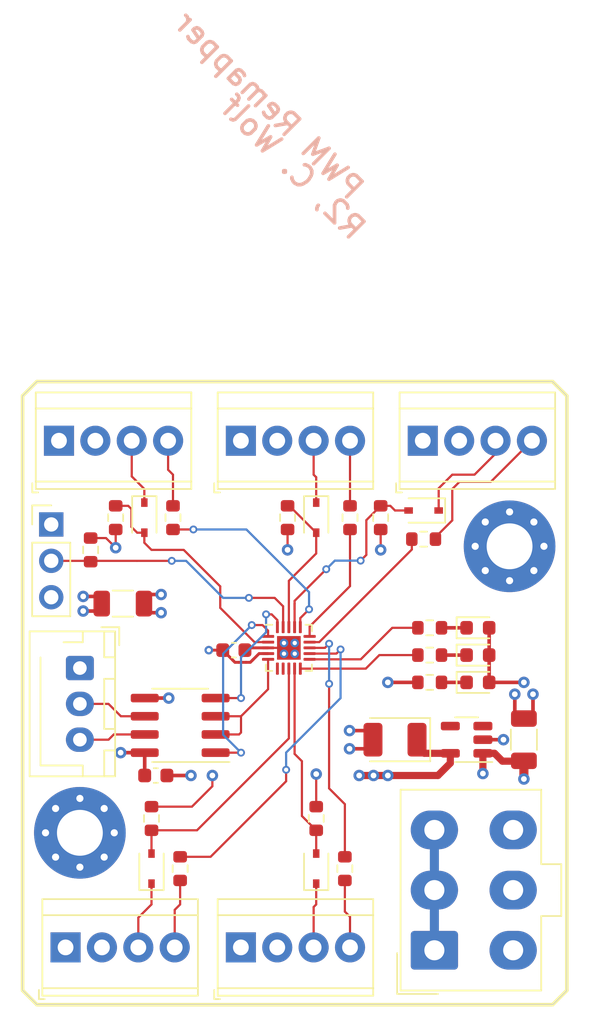
<source format=kicad_pcb>
(kicad_pcb (version 20221018) (generator pcbnew)
  (layers (0 "F.Cu" signal "Top Layer") (1 "In1.Cu" signal "VCC") (2 "In2.Cu" signal "GND") (31 "B.Cu" signal "Bottom Layer") (34 "B.Paste" user "Bottom Paste") (35 "F.Paste" user "Top Paste") (36 "B.SilkS" user "Bottom Overlay") (37 "F.SilkS" user "Top Overlay") (38 "B.Mask" user "Bottom Solder") (39 "F.Mask" user "Top Solder") (44 "Edge.Cuts" user))
  (net 0 "")
  (net 1 "GND")
  (net 2 "12V")
  (net 3 "5V")
  (net 4 "/RXD")
  (net 5 "/XDIR")
  (net 6 "/TXD")
  (net 7 "Net-(U3-A)")
  (net 8 "Net-(U3-B)")
  (net 9 "/Tach4")
  (net 10 "/Tach1")
  (net 11 "/Tach2")
  (net 12 "Net-(D5-Pad1)")
  (net 13 "Net-(D6-Pad1)")
  (net 14 "Net-(D7-Pad1)")
  (net 15 "/Tach3")
  (net 16 "Net-(U1-PC1)")
  (net 17 "/PWM_OUT1")
  (net 18 "/PWM_OUT2")
  (net 19 "/PWM_OUT3")
  (net 20 "/UPDI{slash}~{RESET}")
  (net 21 "Net-(U1-PB1)")
  (net 22 "Net-(U1-PB3{slash}TOSC1)")
  (net 23 "Net-(U1-PB4)")
  (net 24 "Net-(U1-PB2{slash}TOSC2)")
  (net 25 "/Tach5")
  (net 27 "/PWM_OUT4")
  (net 28 "/PWM_OUT5")
  (net 29 "Net-(U1-PA7)")
  (net 30 "Net-(U1-PB5)")
  (net 31 "Net-(U1-PC0)")
  (net 32 "Net-(U1-PB0)")
  (net 33 "Net-(U1-PA3)")
  (net 34 "Net-(U1-PC3)")
  (net 35 "Net-(U1-PC2)")
  (footprint "Package_SO:SOIC-8_3.9x4.9mm_P1.27mm" (layer "F.Cu") (at 11 -19.5 180)
    (fp_text reference "U3" hide)
    (fp_text value "THVD1400D")
    (pad "1" smd roundrect (at -2.475 -1.905 180) (size 1.95 0.6) (layers "F.Cu" "F.Paste" "F.Mask") (net 4 "/RXD"))
    (pad "2" smd roundrect (at -2.475 -0.635 180) (size 1.95 0.6) (layers "F.Cu" "F.Paste" "F.Mask") (net 5 "/XDIR"))
    (pad "3" smd roundrect (at -2.475 0.635 180) (size 1.95 0.6) (layers "F.Cu" "F.Paste" "F.Mask") (net 5 "/XDIR"))
    (pad "4" smd roundrect (at -2.475 1.905 180) (size 1.95 0.6) (layers "F.Cu" "F.Paste" "F.Mask") (net 6 "/TXD"))
    (pad "5" smd roundrect (at 2.475 1.905 180) (size 1.95 0.6) (layers "F.Cu" "F.Paste" "F.Mask") (net 1 "GND"))
    (pad "6" smd roundrect (at 2.475 0.635 180) (size 1.95 0.6) (layers "F.Cu" "F.Paste" "F.Mask") (net 7 "Net-(U3-A)"))
    (pad "7" smd roundrect (at 2.475 -0.635 180) (size 1.95 0.6) (layers "F.Cu" "F.Paste" "F.Mask") (net 8 "Net-(U3-B)"))
    (pad "8" smd roundrect (at 2.475 -1.905 180) (size 1.95 0.6) (layers "F.Cu" "F.Paste" "F.Mask") (net 3 "5V"))
  )
  (footprint "Diode_SMD:D_0603_1608Metric" (layer "F.Cu") (at 31.7875 -22.5)
    (fp_text reference "D5" hide)
    (fp_text value "LED0")
    (pad "1" smd roundrect (at -0.7875 0) (size 0.875 0.95) (layers "F.Cu" "F.Paste" "F.Mask") (net 12 "Net-(D5-Pad1)"))
    (pad "2" smd roundrect (at 0.7875 0) (size 0.875 0.95) (layers "F.Cu" "F.Paste" "F.Mask") (net 1 "GND"))
  )
  (footprint "Connector_PinHeader_2.54mm:PinHeader_1x03_P2.54mm_Vertical" (layer "F.Cu") (at 2 -33.525)
    (fp_text reference "P6" hide)
    (fp_text value "Header 3")
    (pad "1" thru_hole rect locked (at 0 0) (size 1.7 1.7) (drill 1) (layers "*.Cu" "*.Mask") (net 1 "GND"))
    (pad "2" thru_hole oval locked (at 0 2.54) (size 1.7 1.7) (drill 1) (layers "*.Cu" "*.Mask") (net 20 "/UPDI{slash}~{RESET}"))
    (pad "3" thru_hole oval locked (at 0 5.08) (size 1.7 1.7) (drill 1) (layers "*.Cu" "*.Mask") (net 3 "5V"))
  )
  (footprint "Resistor_SMD:R_0603_1608Metric" (layer "F.Cu") (at 28 -32.5 180)
    (fp_text reference "R16" hide)
    (fp_text value "100R")
    (pad "1" smd roundrect (at -0.825 0 180) (size 0.8 0.95) (layers "F.Cu" "F.Paste" "F.Mask") (net 19 "/PWM_OUT3"))
    (pad "2" smd roundrect (at 0.825 0 180) (size 0.8 0.95) (layers "F.Cu" "F.Paste" "F.Mask") (net 32 "Net-(U1-PB0)"))
  )
  (footprint "Diode_SMD:D_SOD-323" (layer "F.Cu") (at 28 -34.5 180)
    (fp_text reference "D15" hide)
    (fp_text value "Schottky Diode")
    (pad "1" smd rect (at -1.05 0 180) (size 0.6 0.45) (layers "F.Cu" "F.Paste" "F.Mask") (net 15 "/Tach3"))
    (pad "2" smd rect (at 1.05 0 180) (size 0.6 0.45) (layers "F.Cu" "F.Paste" "F.Mask") (net 35 "Net-(U1-PC2)"))
  )
  (footprint "Resistor_SMD:R_0603_1608Metric" (layer "F.Cu") (at 6.5 -34 -90)
    (property "Value" "10K")
    (fp_text reference "R17" hide)
    (fp_text value "10K")
    (pad "1" smd roundrect (at -0.825 0 270) (size 0.8 0.95) (layers "F.Cu" "F.Paste" "F.Mask") (net 33 "Net-(U1-PA3)"))
    (pad "2" smd roundrect (at 0.825 0 270) (size 0.8 0.95) (layers "F.Cu" "F.Paste" "F.Mask") (net 3 "5V"))
  )
  (footprint "Resistor_SMD:R_0603_1608Metric" (layer "F.Cu") (at 10.5 -34 -90)
    (fp_text reference "R1" hide)
    (fp_text value "100R")
    (pad "1" smd roundrect (at -0.825 0 270) (size 0.8 0.95) (layers "F.Cu" "F.Paste" "F.Mask") (net 17 "/PWM_OUT1"))
    (pad "2" smd roundrect (at 0.825 0 270) (size 0.8 0.95) (layers "F.Cu" "F.Paste" "F.Mask") (net 16 "Net-(U1-PC1)"))
  )
  (footprint "Diode_SMD:D_SOD-323" (layer "F.Cu") (at 9 -9.5 90)
    (fp_text reference "D1" hide)
    (fp_text value "Schottky Diode")
    (pad "1" smd rect (at -1.05 0 90) (size 0.6 0.45) (layers "F.Cu" "F.Paste" "F.Mask") (net 9 "/Tach4"))
    (pad "2" smd rect (at 1.05 0 90) (size 0.6 0.45) (layers "F.Cu" "F.Paste" "F.Mask") (net 29 "Net-(U1-PA7)"))
  )
  (footprint "Capacitor_SMD:C_1206_3216Metric" (layer "F.Cu") (at 7 -28 180)
    (fp_text reference "C11" hide)
    (fp_text value ">= 2.2 uF")
    (pad "1" smd roundrect (at -1.475 0 180) (size 1.15 1.8) (layers "F.Cu" "F.Paste" "F.Mask") (roundrect_rratio 0.2173913043) (net 1 "GND"))
    (pad "2" smd roundrect (at 1.475 0 180) (size 1.15 1.8) (layers "F.Cu" "F.Paste" "F.Mask") (roundrect_rratio 0.2173913043) (net 3 "5V"))
  )
  (footprint "TerminalBlock_TE-Connectivity:TerminalBlock_TE_282834-4_1x04_P2.54mm_Horizontal" (layer "F.Cu") (at 3 -4)
    (fp_text reference "J1" hide)
    (fp_text value "Conn_01x04")
    (pad "1" thru_hole rect locked (at 0 0) (size 2.1 2.1) (drill 1.1) (layers "*.Cu" "*.Mask") (net 1 "GND"))
    (pad "2" thru_hole circle locked (at 2.54 0 45) (size 2.1 2.1) (drill 1.1) (layers "*.Cu" "*.Mask") (net 2 "12V"))
    (pad "3" thru_hole circle locked (at 5.08 0) (size 2.1 2.1) (drill 1.1) (layers "*.Cu" "*.Mask") (net 9 "/Tach4"))
    (pad "4" thru_hole circle locked (at 7.62 0) (size 2.1 2.1) (drill 1.1) (layers "*.Cu" "*.Mask") (net 27 "/PWM_OUT4"))
  )
  (footprint "MountingHole:MountingHole_3.2mm_M3_Pad_Via" (layer "F.Cu") (at 4 -12)
    (fp_text reference "H1" hide)
    (fp_text value "MountingHole")
    (pad "1" thru_hole circle (at -2.4 0) (size 0.8 0.8) (drill 0.5) (layers "*.Cu" "*.Mask"))
    (pad "1" thru_hole circle (at -1.697056 -1.697056) (size 0.8 0.8) (drill 0.5) (layers "*.Cu" "*.Mask"))
    (pad "1" thru_hole circle (at -1.697056 1.697056) (size 0.8 0.8) (drill 0.5) (layers "*.Cu" "*.Mask"))
    (pad "1" thru_hole circle (at 0 -2.4) (size 0.8 0.8) (drill 0.5) (layers "*.Cu" "*.Mask"))
    (pad "1" thru_hole circle (at 0 0) (size 6.4 6.4) (drill 3.2) (layers "*.Cu" "*.Mask"))
    (pad "1" thru_hole circle (at 0 2.4) (size 0.8 0.8) (drill 0.5) (layers "*.Cu" "*.Mask"))
    (pad "1" thru_hole circle (at 1.697056 -1.697056) (size 0.8 0.8) (drill 0.5) (layers "*.Cu" "*.Mask"))
    (pad "1" thru_hole circle (at 1.697056 1.697056) (size 0.8 0.8) (drill 0.5) (layers "*.Cu" "*.Mask"))
    (pad "1" thru_hole circle (at 2.4 0) (size 0.8 0.8) (drill 0.5) (layers "*.Cu" "*.Mask"))
  )
  (footprint "MountingHole:MountingHole_3.2mm_M3_Pad_Via" (layer "F.Cu") (at 34 -32)
    (fp_text reference "H2" hide)
    (fp_text value "MountingHole")
    (pad "1" thru_hole circle (at -2.4 0) (size 0.8 0.8) (drill 0.5) (layers "*.Cu" "*.Mask"))
    (pad "1" thru_hole circle (at -1.697056 -1.697056) (size 0.8 0.8) (drill 0.5) (layers "*.Cu" "*.Mask"))
    (pad "1" thru_hole circle (at -1.697056 1.697056) (size 0.8 0.8) (drill 0.5) (layers "*.Cu" "*.Mask"))
    (pad "1" thru_hole circle (at 0 -2.4) (size 0.8 0.8) (drill 0.5) (layers "*.Cu" "*.Mask"))
    (pad "1" thru_hole circle (at 0 0) (size 6.4 6.4) (drill 3.2) (layers "*.Cu" "*.Mask"))
    (pad "1" thru_hole circle (at 0 2.4) (size 0.8 0.8) (drill 0.5) (layers "*.Cu" "*.Mask"))
    (pad "1" thru_hole circle (at 1.697056 -1.697056) (size 0.8 0.8) (drill 0.5) (layers "*.Cu" "*.Mask"))
    (pad "1" thru_hole circle (at 1.697056 1.697056) (size 0.8 0.8) (drill 0.5) (layers "*.Cu" "*.Mask"))
    (pad "1" thru_hole circle (at 2.4 0) (size 0.8 0.8) (drill 0.5) (layers "*.Cu" "*.Mask"))
  )
  (footprint "Diode_SMD:D_SOD-323" (layer "F.Cu") (at 20.5 -34 -90)
    (fp_text reference "D4" hide)
    (fp_text value "Schottky Diode")
    (pad "1" smd rect (at -1.05 0 270) (size 0.6 0.45) (layers "F.Cu" "F.Paste" "F.Mask") (net 11 "/Tach2"))
    (pad "2" smd rect (at 1.05 0 270) (size 0.6 0.45) (layers "F.Cu" "F.Paste" "F.Mask") (net 34 "Net-(U1-PC3)"))
  )
  (footprint "Capacitor_SMD:C_0603_1608Metric" (layer "F.Cu") (at 14.75 -24.75 180)
    (fp_text reference "C8" hide)
    (fp_text value "0.1uF")
    (pad "1" smd roundrect (at -0.775 0 180) (size 0.9 0.95) (layers "F.Cu" "F.Paste" "F.Mask") (net 1 "GND"))
    (pad "2" smd roundrect (at 0.775 0 180) (size 0.9 0.95) (layers "F.Cu" "F.Paste" "F.Mask") (net 3 "5V"))
  )
  (footprint "Diode_SMD:D_0603_1608Metric" (layer "F.Cu") (at 31.7875 -24.405)
    (fp_text reference "D6" hide)
    (fp_text value "LED0")
    (pad "1" smd roundrect (at -0.7875 0) (size 0.875 0.95) (layers "F.Cu" "F.Paste" "F.Mask") (net 13 "Net-(D6-Pad1)"))
    (pad "2" smd roundrect (at 0.7875 0) (size 0.875 0.95) (layers "F.Cu" "F.Paste" "F.Mask") (net 1 "GND"))
  )
  (footprint "Connector_Molex:Molex_Mini-Fit_Jr_5566-06A_2x03_P4.20mm_Vertical" (layer "F.Cu") (at 28.75 -3.8 90)
    (fp_text reference "J2" hide)
    (fp_text value "Conn_02x03_Top_Bottom")
    (pad "1" thru_hole roundrect locked (at 0 0 90) (size 2.7 3.3) (drill 1.4) (layers "*.Cu" "*.Mask") (roundrect_rratio 0.09259296296) (net 2 "12V"))
    (pad "2" thru_hole oval locked (at 4.2 0 90) (size 2.7 3.3) (drill 1.4) (layers "*.Cu" "*.Mask") (net 2 "12V"))
    (pad "3" thru_hole oval locked (at 8.4 0 90) (size 2.7 3.3) (drill 1.4) (layers "*.Cu" "*.Mask") (net 2 "12V"))
    (pad "4" thru_hole oval locked (at 0 5.5 90) (size 2.7 3.3) (drill 1.4) (layers "*.Cu" "*.Mask") (net 1 "GND"))
    (pad "5" thru_hole oval locked (at 4.2 5.5 90) (size 2.7 3.3) (drill 1.4) (layers "*.Cu" "*.Mask") (net 1 "GND"))
    (pad "6" thru_hole oval locked (at 8.4 5.5 90) (size 2.7 3.3) (drill 1.4) (layers "*.Cu" "*.Mask") (net 1 "GND"))
  )
  (footprint "TerminalBlock_TE-Connectivity:TerminalBlock_TE_282834-4_1x04_P2.54mm_Horizontal" (layer "F.Cu") (at 15.24 -4)
    (fp_text reference "J3" hide)
    (fp_text value "Conn_01x04")
    (pad "1" thru_hole rect locked (at 0 0) (size 2.1 2.1) (drill 1.1) (layers "*.Cu" "*.Mask") (net 1 "GND"))
    (pad "2" thru_hole circle locked (at 2.54 0 45) (size 2.1 2.1) (drill 1.1) (layers "*.Cu" "*.Mask") (net 2 "12V"))
    (pad "3" thru_hole circle locked (at 5.08 0) (size 2.1 2.1) (drill 1.1) (layers "*.Cu" "*.Mask") (net 25 "/Tach5"))
    (pad "4" thru_hole circle locked (at 7.62 0) (size 2.1 2.1) (drill 1.1) (layers "*.Cu" "*.Mask") (net 28 "/PWM_OUT5"))
  )
  (footprint "Capacitor_Tantalum_SMD:CP_EIA-3528-21_Kemet-B" (layer "F.Cu") (at 26 -18.5 180)
    (fp_text reference "C13" hide)
    (fp_text value "100 uF")
    (pad "1" smd roundrect (at -1.5375 0 180) (size 1.325 2.35) (layers "F.Cu" "F.Paste" "F.Mask") (roundrect_rratio 0.1886792453) (net 3 "5V"))
    (pad "2" smd roundrect (at 1.5375 0 180) (size 1.325 2.35) (layers "F.Cu" "F.Paste" "F.Mask") (roundrect_rratio 0.1886792453) (net 1 "GND"))
  )
  (footprint "Resistor_SMD:R_0603_1608Metric" (layer "F.Cu") (at 25 -34 -90)
    (property "Value" "10K")
    (fp_text reference "R5" hide)
    (fp_text value "10K")
    (pad "1" smd roundrect (at -0.825 0 270) (size 0.8 0.95) (layers "F.Cu" "F.Paste" "F.Mask") (net 35 "Net-(U1-PC2)"))
    (pad "2" smd roundrect (at 0.825 0 270) (size 0.8 0.95) (layers "F.Cu" "F.Paste" "F.Mask") (net 3 "5V"))
  )
  (footprint "Resistor_SMD:R_0603_1608Metric" (layer "F.Cu") (at 20.5 -13 90)
    (property "Value" "10K")
    (fp_text reference "R7" hide)
    (fp_text value "10K")
    (pad "1" smd roundrect (at -0.825 0 90) (size 0.8 0.95) (layers "F.Cu" "F.Paste" "F.Mask") (net 30 "Net-(U1-PB5)"))
    (pad "2" smd roundrect (at 0.825 0 90) (size 0.8 0.95) (layers "F.Cu" "F.Paste" "F.Mask") (net 3 "5V"))
  )
  (footprint "Diode_SMD:D_SOD-323" (layer "F.Cu") (at 8.5 -34 -90)
    (fp_text reference "D3" hide)
    (fp_text value "Schottky Diode")
    (pad "1" smd rect (at -1.05 0 270) (size 0.6 0.45) (layers "F.Cu" "F.Paste" "F.Mask") (net 10 "/Tach1"))
    (pad "2" smd rect (at 1.05 0 270) (size 0.6 0.45) (layers "F.Cu" "F.Paste" "F.Mask") (net 33 "Net-(U1-PA3)"))
  )
  (footprint "Diode_SMD:D_0603_1608Metric" (layer "F.Cu") (at 31.7875 -26.31)
    (fp_text reference "D7" hide)
    (fp_text value "LED0")
    (pad "1" smd roundrect (at -0.7875 0) (size 0.875 0.95) (layers "F.Cu" "F.Paste" "F.Mask") (net 14 "Net-(D7-Pad1)"))
    (pad "2" smd roundrect (at 0.7875 0) (size 0.875 0.95) (layers "F.Cu" "F.Paste" "F.Mask") (net 1 "GND"))
  )
  (footprint "TerminalBlock_TE-Connectivity:TerminalBlock_TE_282834-4_1x04_P2.54mm_Horizontal" (layer "F.Cu") (at 15.24 -39.37)
    (fp_text reference "J5" hide)
    (fp_text value "Conn_01x04")
    (pad "1" thru_hole rect locked (at 0 0) (size 2.1 2.1) (drill 1.1) (layers "*.Cu" "*.Mask") (net 1 "GND"))
    (pad "2" thru_hole circle locked (at 2.54 0 45) (size 2.1 2.1) (drill 1.1) (layers "*.Cu" "*.Mask") (net 2 "12V"))
    (pad "3" thru_hole circle locked (at 5.08 0) (size 2.1 2.1) (drill 1.1) (layers "*.Cu" "*.Mask") (net 11 "/Tach2"))
    (pad "4" thru_hole circle locked (at 7.62 0) (size 2.1 2.1) (drill 1.1) (layers "*.Cu" "*.Mask") (net 18 "/PWM_OUT2"))
  )
  (footprint "Resistor_SMD:R_0603_1608Metric" (layer "F.Cu") (at 11 -9.5 90)
    (fp_text reference "R9" hide)
    (fp_text value "100R")
    (pad "1" smd roundrect (at -0.825 0 90) (size 0.8 0.95) (layers "F.Cu" "F.Paste" "F.Mask") (net 27 "/PWM_OUT4"))
    (pad "2" smd roundrect (at 0.825 0 90) (size 0.8 0.95) (layers "F.Cu" "F.Paste" "F.Mask") (net 24 "Net-(U1-PB2{slash}TOSC2)"))
  )
  (footprint "Package_TO_SOT_SMD:SOT-23-5" (layer "F.Cu") (at 31 -18.5 180)
    (fp_text reference "U2" hide)
    (fp_text value "TPS70950")
    (pad "1" smd roundrect (at -1.1375 -0.95 180) (size 1.325 0.6) (layers "F.Cu" "F.Paste" "F.Mask") (net 2 "12V"))
    (pad "2" smd roundrect (at -1.1375 0 180) (size 1.325 0.6) (layers "F.Cu" "F.Paste" "F.Mask") (net 1 "GND"))
    (pad "3" smd roundrect (at -1.1375 0.95 180) (size 1.325 0.6) (layers "F.Cu" "F.Paste" "F.Mask"))
    (pad "4" smd roundrect (at 1.1375 0.95 180) (size 1.325 0.6) (layers "F.Cu" "F.Paste" "F.Mask"))
    (pad "5" smd roundrect (at 1.1375 -0.95 180) (size 1.325 0.6) (layers "F.Cu" "F.Paste" "F.Mask") (net 3 "5V"))
  )
  (footprint "TerminalBlock_TE-Connectivity:TerminalBlock_TE_282834-4_1x04_P2.54mm_Horizontal" (layer "F.Cu") (at 27.94 -39.37)
    (fp_text reference "J6" hide)
    (fp_text value "Conn_01x04")
    (pad "1" thru_hole rect locked (at 0 0) (size 2.1 2.1) (drill 1.1) (layers "*.Cu" "*.Mask") (net 1 "GND"))
    (pad "2" thru_hole circle locked (at 2.54 0 45) (size 2.1 2.1) (drill 1.1) (layers "*.Cu" "*.Mask") (net 2 "12V"))
    (pad "3" thru_hole circle locked (at 5.08 0) (size 2.1 2.1) (drill 1.1) (layers "*.Cu" "*.Mask") (net 15 "/Tach3"))
    (pad "4" thru_hole circle locked (at 7.62 0) (size 2.1 2.1) (drill 1.1) (layers "*.Cu" "*.Mask") (net 19 "/PWM_OUT3"))
  )
  (footprint "Resistor_SMD:R_0603_1608Metric" (layer "F.Cu") (at 28.4225 -24.405 180)
    (property "Value" "330R")
    (fp_text reference "R12" hide)
    (fp_text value "330R")
    (pad "1" smd roundrect (at -0.825 0 180) (size 0.8 0.95) (layers "F.Cu" "F.Paste" "F.Mask") (net 13 "Net-(D6-Pad1)"))
    (pad "2" smd roundrect (at 0.825 0 180) (size 0.8 0.95) (layers "F.Cu" "F.Paste" "F.Mask") (net 23 "Net-(U1-PB4)"))
  )
  (footprint "Resistor_SMD:R_0603_1608Metric" (layer "F.Cu") (at 9 -13 90)
    (property "Value" "10K")
    (fp_text reference "R3" hide)
    (fp_text value "10K")
    (pad "1" smd roundrect (at -0.825 0 90) (size 0.8 0.95) (layers "F.Cu" "F.Paste" "F.Mask") (net 29 "Net-(U1-PA7)"))
    (pad "2" smd roundrect (at 0.825 0 90) (size 0.8 0.95) (layers "F.Cu" "F.Paste" "F.Mask") (net 3 "5V"))
  )
  (footprint "Resistor_SMD:R_0603_1608Metric" (layer "F.Cu") (at 28.4225 -22.5 180)
    (property "Value" "330R")
    (fp_text reference "R11" hide)
    (fp_text value "330R")
    (pad "1" smd roundrect (at -0.825 0 180) (size 0.8 0.95) (layers "F.Cu" "F.Paste" "F.Mask") (net 12 "Net-(D5-Pad1)"))
    (pad "2" smd roundrect (at 0.825 0 180) (size 0.8 0.95) (layers "F.Cu" "F.Paste" "F.Mask") (net 3 "5V"))
  )
  (footprint "Connector_JST:JST_XH_B3B-XH-AM_1x03_P2.50mm_Vertical" (layer "F.Cu") (at 4 -23.5 -90)
    (fp_text reference "P1" hide)
    (fp_text value "Header 3")
    (pad "" np_thru_hole circle locked (at -1.6 2 270) (size 1.2 1.2) (drill 1.2) (layers "*.Mask" "F.Cu" "In1.Cu" "In2.Cu" "B.Cu"))
    (pad "1" thru_hole roundrect locked (at 0 0 270) (size 1.7 1.95) (drill 0.95) (layers "*.Cu" "*.Mask") (roundrect_rratio 0.1470588235) (net 1 "GND"))
    (pad "2" thru_hole oval locked (at 2.5 0 270) (size 1.7 1.95) (drill 0.95) (layers "*.Cu" "*.Mask") (net 7 "Net-(U3-A)"))
    (pad "3" thru_hole oval locked (at 5 0 270) (size 1.7 1.95) (drill 0.95) (layers "*.Cu" "*.Mask") (net 8 "Net-(U3-B)"))
  )
  (footprint "TerminalBlock_TE-Connectivity:TerminalBlock_TE_282834-4_1x04_P2.54mm_Horizontal" (layer "F.Cu") (at 2.54 -39.37)
    (fp_text reference "J4" hide)
    (fp_text value "Conn_01x04")
    (pad "1" thru_hole rect locked (at 0 0) (size 2.1 2.1) (drill 1.1) (layers "*.Cu" "*.Mask") (net 1 "GND"))
    (pad "2" thru_hole circle locked (at 2.54 0 45) (size 2.1 2.1) (drill 1.1) (layers "*.Cu" "*.Mask") (net 2 "12V"))
    (pad "3" thru_hole circle locked (at 5.08 0) (size 2.1 2.1) (drill 1.1) (layers "*.Cu" "*.Mask") (net 10 "/Tach1"))
    (pad "4" thru_hole circle locked (at 7.62 0) (size 2.1 2.1) (drill 1.1) (layers "*.Cu" "*.Mask") (net 17 "/PWM_OUT1"))
  )
  (footprint "Resistor_SMD:R_0603_1608Metric" (layer "F.Cu") (at 28.4225 -26.31 180)
    (property "Value" "330R")
    (fp_text reference "R13" hide)
    (fp_text value "330R")
    (pad "1" smd roundrect (at -0.825 0 180) (size 0.8 0.95) (layers "F.Cu" "F.Paste" "F.Mask") (net 14 "Net-(D7-Pad1)"))
    (pad "2" smd roundrect (at 0.825 0 180) (size 0.8 0.95) (layers "F.Cu" "F.Paste" "F.Mask") (net 22 "Net-(U1-PB3{slash}TOSC1)"))
  )
  (footprint "Capacitor_SMD:C_1206_3216Metric" (layer "F.Cu") (at 35 -18.5 -90)
    (fp_text reference "C10" hide)
    (fp_text value "1.0 uF")
    (pad "1" smd roundrect (at -1.475 0 270) (size 1.15 1.8) (layers "F.Cu" "F.Paste" "F.Mask") (roundrect_rratio 0.2173913043) (net 1 "GND"))
    (pad "2" smd roundrect (at 1.475 0 270) (size 1.15 1.8) (layers "F.Cu" "F.Paste" "F.Mask") (roundrect_rratio 0.2173913043) (net 2 "12V"))
  )
  (footprint "Capacitor_SMD:C_0603_1608Metric" (layer "F.Cu") (at 9.3 -16 180)
    (fp_text reference "C1" hide)
    (fp_text value "0.1uF")
    (pad "1" smd roundrect (at -0.775 0 180) (size 0.9 0.95) (layers "F.Cu" "F.Paste" "F.Mask") (net 1 "GND"))
    (pad "2" smd roundrect (at 0.775 0 180) (size 0.9 0.95) (layers "F.Cu" "F.Paste" "F.Mask") (net 3 "5V"))
  )
  (footprint "Package_DFN_QFN:QFN-20-1EP_3x3mm_P0.4mm_EP1.65x1.65mm" (layer "F.Cu") (at 18.59 -24.91)
    (fp_text reference "U1" hide)
    (fp_text value "ATTiny1616-MFR")
    (pad "1" smd roundrect (at -1.45 -0.8) (size 0.85 0.2) (layers "F.Cu" "F.Paste" "F.Mask") (net 4 "/RXD"))
    (pad "2" smd roundrect (at -1.45 -0.4) (size 0.85 0.2) (layers "F.Cu" "F.Paste" "F.Mask") (net 33 "Net-(U1-PA3)"))
    (pad "3" smd roundrect (at -1.45 0) (size 0.85 0.2) (layers "F.Cu" "F.Paste" "F.Mask") (net 1 "GND"))
    (pad "4" smd roundrect (at -1.45 0.4) (size 0.85 0.2) (layers "F.Cu" "F.Paste" "F.Mask") (net 3 "5V"))
    (pad "5" smd roundrect (at -1.45 0.8) (size 0.85 0.2) (layers "F.Cu" "F.Paste" "F.Mask") (net 5 "/XDIR"))
    (pad "6" smd roundrect (at -0.8 1.45) (size 0.2 0.85) (layers "F.Cu" "F.Paste" "F.Mask"))
    (pad "7" smd roundrect (at -0.4 1.45) (size 0.2 0.85) (layers "F.Cu" "F.Paste" "F.Mask"))
    (pad "8" smd roundrect (at 0 1.45) (size 0.2 0.85) (layers "F.Cu" "F.Paste" "F.Mask") (net 29 "Net-(U1-PA7)"))
    (pad "9" smd roundrect (at 0.4 1.45) (size 0.2 0.85) (layers "F.Cu" "F.Paste" "F.Mask") (net 30 "Net-(U1-PB5)"))
    (pad "10" smd roundrect (at 0.8 1.45) (size 0.2 0.85) (layers "F.Cu" "F.Paste" "F.Mask") (net 23 "Net-(U1-PB4)"))
    (pad "11" smd roundrect (at 1.45 0.8) (size 0.85 0.2) (layers "F.Cu" "F.Paste" "F.Mask") (net 22 "Net-(U1-PB3{slash}TOSC1)"))
    (pad "12" smd roundrect (at 1.45 0.4) (size 0.85 0.2) (layers "F.Cu" "F.Paste" "F.Mask") (net 24 "Net-(U1-PB2{slash}TOSC2)"))
    (pad "13" smd roundrect (at 1.45 0) (size 0.85 0.2) (layers "F.Cu" "F.Paste" "F.Mask") (net 21 "Net-(U1-PB1)"))
    (pad "14" smd roundrect (at 1.45 -0.4) (size 0.85 0.2) (layers "F.Cu" "F.Paste" "F.Mask") (net 32 "Net-(U1-PB0)"))
    (pad "15" smd roundrect (at 1.45 -0.8) (size 0.85 0.2) (layers "F.Cu" "F.Paste" "F.Mask") (net 31 "Net-(U1-PC0)"))
    (pad "16" smd roundrect (at 0.8 -1.45) (size 0.2 0.85) (layers "F.Cu" "F.Paste" "F.Mask") (net 16 "Net-(U1-PC1)"))
    (pad "17" smd roundrect (at 0.4 -1.45) (size 0.2 0.85) (layers "F.Cu" "F.Paste" "F.Mask") (net 35 "Net-(U1-PC2)"))
    (pad "18" smd roundrect (at 0 -1.45) (size 0.2 0.85) (layers "F.Cu" "F.Paste" "F.Mask") (net 34 "Net-(U1-PC3)"))
    (pad "19" smd roundrect (at -0.4 -1.45) (size 0.2 0.85) (layers "F.Cu" "F.Paste" "F.Mask") (net 20 "/UPDI{slash}~{RESET}"))
    (pad "20" smd roundrect (at -0.8 -1.45) (size 0.2 0.85) (layers "F.Cu" "F.Paste" "F.Mask") (net 6 "/TXD"))
    (pad "21" smd rect (at 0 0) (size 1.65 1.65) (layers "F.Cu" "F.Mask") (net 1 "GND"))
  )
  (footprint "Resistor_SMD:R_0603_1608Metric" (layer "F.Cu") (at 22.5 -9.5 90)
    (fp_text reference "R10" hide)
    (fp_text value "100R")
    (pad "1" smd roundrect (at -0.825 0 90) (size 0.8 0.95) (layers "F.Cu" "F.Paste" "F.Mask") (net 28 "/PWM_OUT5"))
    (pad "2" smd roundrect (at 0.825 0 90) (size 0.8 0.95) (layers "F.Cu" "F.Paste" "F.Mask") (net 21 "Net-(U1-PB1)"))
  )
  (footprint "Resistor_SMD:R_0603_1608Metric" (layer "F.Cu") (at 18.5 -34 -90)
    (property "Value" "10K")
    (fp_text reference "R4" hide)
    (fp_text value "10K")
    (pad "1" smd roundrect (at -0.825 0 270) (size 0.8 0.95) (layers "F.Cu" "F.Paste" "F.Mask") (net 34 "Net-(U1-PC3)"))
    (pad "2" smd roundrect (at 0.825 0 270) (size 0.8 0.95) (layers "F.Cu" "F.Paste" "F.Mask") (net 3 "5V"))
  )
  (footprint "Resistor_SMD:R_0603_1608Metric" (layer "F.Cu") (at 22.86 -34 -90)
    (fp_text reference "R2" hide)
    (fp_text value "100R")
    (pad "1" smd roundrect (at -0.825 0 270) (size 0.8 0.95) (layers "F.Cu" "F.Paste" "F.Mask") (net 18 "/PWM_OUT2"))
    (pad "2" smd roundrect (at 0.825 0 270) (size 0.8 0.95) (layers "F.Cu" "F.Paste" "F.Mask") (net 31 "Net-(U1-PC0)"))
  )
  (footprint "Resistor_SMD:R_0603_1608Metric" (layer "F.Cu") (at 4.75 -31.75 90)
    (fp_text reference "R6" hide)
    (fp_text value "10K")
    (pad "1" smd roundrect (at -0.825 0 90) (size 0.8 0.95) (layers "F.Cu" "F.Paste" "F.Mask") (net 20 "/UPDI{slash}~{RESET}"))
    (pad "2" smd roundrect (at 0.825 0 90) (size 0.8 0.95) (layers "F.Cu" "F.Paste" "F.Mask") (net 3 "5V"))
  )
  (footprint "Diode_SMD:D_SOD-323" (layer "F.Cu") (at 20.5 -9.5 90)
    (fp_text reference "D2" hide)
    (fp_text value "Schottky Diode")
    (pad "1" smd rect (at -1.05 0 90) (size 0.6 0.45) (layers "F.Cu" "F.Paste" "F.Mask") (net 25 "/Tach5"))
    (pad "2" smd rect (at 1.05 0 90) (size 0.6 0.45) (layers "F.Cu" "F.Paste" "F.Mask") (net 30 "Net-(U1-PB5)"))
  )
  (gr_line (start 1 0) (end 37 0) (stroke (width 0.254)) (layer "F.SilkS"))
  (gr_line (start 38 -42.5) (end 37 -43.5) (stroke (width 0.254)) (layer "F.SilkS"))
  (gr_line (start 38 -1) (end 37 0) (stroke (width 0.254)) (layer "F.SilkS"))
  (gr_line (start 1 -43.5) (end 37 -43.5) (stroke (width 0.254)) (layer "F.SilkS"))
  (gr_line (start 0 -42.5) (end 1 -43.5) (stroke (width 0.254)) (layer "F.SilkS"))
  (gr_line (start 38 -42.5) (end 38 -1) (stroke (width 0.254)) (layer "F.SilkS"))
  (gr_line (start 1 0) (end 0 -1) (stroke (width 0.254)) (layer "F.SilkS"))
  (gr_line (start 0 -42.5) (end 0 -1) (stroke (width 0.254)) (layer "F.SilkS"))
  (gr_line (start 38 -1) (end 37 0) (stroke (width 0.05)) (layer "Edge.Cuts"))
  (gr_line (start 38 -42.5) (end 38 -1) (stroke (width 0.05)) (layer "Edge.Cuts"))
  (gr_line (start 37 0) (end 1 0) (stroke (width 0.05)) (layer "Edge.Cuts"))
  (gr_line (start 0 -1) (end 1 0) (stroke (width 0.05)) (layer "Edge.Cuts"))
  (gr_line (start 1 -43.5) (end 0 -42.5) (stroke (width 0.05)) (layer "Edge.Cuts"))
  (gr_line (start 0 -1) (end 0 -42.5) (stroke (width 0.05)) (layer "Edge.Cuts"))
  (gr_line (start 1 -43.5) (end 37 -43.5) (stroke (width 0.05)) (layer "Edge.Cuts"))
  (gr_line (start 37 -43.5) (end 38 -42.5) (stroke (width 0.05)) (layer "Edge.Cuts"))
  (gr_text "PWM Remapper\n" (at 22.86 -55.88 315) (layer "B.SilkS") (effects (font (size 1.524 1.524) (thickness 0.254)) (justify left bottom mirror)))
  (gr_text "R2, C. Wolf" (at 22.987 -53.086 315) (layer "B.SilkS") (effects (font (size 1.524 1.524) (thickness 0.254)) (justify left bottom mirror)))
  (segment (start 33.5725 -18.5) (end 32.1375 -18.5) (width 0.25) (layer "F.Cu") (net 1))
  (segment (start 32.575 -22.5) (end 35 -22.5) (width 0.25) (layer "F.Cu") (net 1))
  (segment (start 8.4025 -27.365) (end 9.6725 -27.365) (width 0.25) (layer "F.Cu") (net 1))
  (segment (start 24.095 -19.135) (end 22.825 -19.135) (width 0.25) (layer "F.Cu") (net 1))
  (segment (start 15.685 -24.91) (end 17.14 -24.91) (width 0.2032) (layer "F.Cu") (net 1))
  (segment (start 10.075 -16) (end 11.755 -16) (width 0.254) (layer "F.Cu") (net 1))
  (segment (start 32.575 -22.5) (end 32.575 -26.31) (width 0.25) (layer "F.Cu") (net 1))
  (segment (start 17.14 -24.91) (end 18.25 -24.91) (width 0.1524) (layer "F.Cu") (net 1))
  (segment (start 24.095 -17.865) (end 22.825 -17.865) (width 0.25) (layer "F.Cu") (net 1))
  (segment (start 15.525 -24.75) (end 15.685 -24.91) (width 0.1524) (layer "F.Cu") (net 1))
  (segment (start 8.4025 -28.635) (end 9.6725 -28.635) (width 0.25) (layer "F.Cu") (net 1))
  (segment (start 35.635 -20.405) (end 35.635 -21.675) (width 0.254) (layer "F.Cu") (net 1))
  (segment (start 18.25 -24.91) (end 18.59 -24.91) (width 0.1524) (layer "F.Cu") (net 1))
  (segment (start 8.525 -21.405) (end 10.205 -21.405) (width 0.254) (layer "F.Cu") (net 1))
  (segment (start 34.365 -20.405) (end 34.365 -21.675) (width 0.254) (layer "F.Cu") (net 1))
  (via (at 19 -24.5) (size 0.6) (drill 0.3) (layers "F.Cu" "B.Cu") (net 1))
  (via (at 9.6725 -28.635) (size 0.8) (drill 0.4) (layers "F.Cu" "B.Cu") (net 1))
  (via (at 18.25 -25.25) (size 0.6) (drill 0.3) (layers "F.Cu" "B.Cu") (net 1))
  (via (at 19 -25.25) (size 0.6) (drill 0.3) (layers "F.Cu" "B.Cu") (net 1))
  (via (at 35 -22.5) (size 0.8) (drill 0.4) (layers "F.Cu" "B.Cu") (net 1))
  (via (at 35.635 -21.675) (size 0.8) (drill 0.4) (layers "F.Cu" "B.Cu") (net 1))
  (via (at 9.6725 -27.365) (size 0.8) (drill 0.4) (layers "F.Cu" "B.Cu") (net 1))
  (via (at 34.365 -21.675) (size 0.8) (drill 0.4) (layers "F.Cu" "B.Cu") (net 1))
  (via (at 22.825 -17.865) (size 0.8) (drill 0.4) (layers "F.Cu" "B.Cu") (net 1))
  (via (at 10.205 -21.405) (size 0.8) (drill 0.4) (layers "F.Cu" "B.Cu") (net 1))
  (via (at 33.5725 -18.5) (size 0.8) (drill 0.4) (layers "F.Cu" "B.Cu") (net 1))
  (via (at 22.825 -19.135) (size 0.8) (drill 0.4) (layers "F.Cu" "B.Cu") (net 1))
  (via (at 11.755 -16) (size 0.8) (drill 0.4) (layers "F.Cu" "B.Cu") (net 1))
  (via (at 18.25 -24.5) (size 0.6) (drill 0.3) (layers "F.Cu" "B.Cu") (net 1))
  (segment (start 35 -17.025) (end 35 -15.755) (width 0.635) (layer "F.Cu") (net 2))
  (segment (start 32.1375 -16.1375) (end 32.1375 -17.55) (width 0.5) (layer "F.Cu") (net 2))
  (segment (start 32.95 -17.55) (end 33.5 -17) (width 0.5) (layer "F.Cu") (net 2))
  (segment (start 33.5 -17) (end 34.975 -17) (width 0.5) (layer "F.Cu") (net 2))
  (segment (start 34.975 -17) (end 35 -17.025) (width 0.5) (layer "F.Cu") (net 2))
  (segment (start 32.1375 -17.55) (end 32.95 -17.55) (width 0.5) (layer "F.Cu") (net 2))
  (segment (start 29.22 -12.67) (end 28.75 -12.2) (width 0.635) (layer "F.Cu") (net 2))
  (via (at 35 -15.755) (size 0.8) (drill 0.4) (layers "F.Cu" "B.Cu") (net 2))
  (via (at 32.1375 -16.1375) (size 0.8) (drill 0.4) (layers "F.Cu" "B.Cu") (net 2))
  (segment (start 28.75 -12.2) (end 28.75 -3.8) (width 0.635) (layer "B.Cu") (net 2))
  (segment (start 20.5 -13.825) (end 20.5 -16.1) (width 0.1524) (layer "F.Cu") (net 3))
  (segment (start 14.6625 -24.0625) (end 14.825 -23.9) (width 0.2032) (layer "F.Cu") (net 3))
  (segment (start 13.25 -15.25) (end 13.25 -16) (width 0.1524) (layer "F.Cu") (net 3))
  (segment (start 8.525 -16) (end 8.525 -17.595) (width 0.254) (layer "F.Cu") (net 3))
  (segment (start 13.975 -24.75) (end 13 -24.75) (width 0.2032) (layer "F.Cu") (net 3))
  (segment (start 25.5 -16) (end 24.5 -16) (width 0.5) (layer "F.Cu") (net 3))
  (segment (start 6.5 -33.175) (end 6.5 -31.9) (width 0.1524) (layer "F.Cu") (net 3))
  (segment (start 27.5375 -18.0625) (end 27.5375 -18.5) (width 0.5) (layer "F.Cu") (net 3))
  (segment (start 29.8625 -16.8625) (end 29 -16) (width 0.5) (layer "F.Cu") (net 3))
  (segment (start 16.51 -24.51) (end 16.1 -24.1) (width 0.2032) (layer "F.Cu") (net 3))
  (segment (start 4.75 -32.575) (end 5.825 -32.575) (width 0.1524) (layer "F.Cu") (net 3))
  (segment (start 15.9 -23.9) (end 15.6 -23.9) (width 0.2032) (layer "F.Cu") (net 3))
  (segment (start 29.8625 -17.55) (end 28.05 -17.55) (width 0.5) (layer "F.Cu") (net 3))
  (segment (start 5.5 -28.5) (end 4.23 -28.5) (width 0.25) (layer "F.Cu") (net 3))
  (segment (start 11.825 -13.825) (end 13.25 -15.25) (width 0.1524) (layer "F.Cu") (net 3))
  (segment (start 14.7262 -23.9988) (end 14.6625 -24.0625) (width 0.2032) (layer "F.Cu") (net 3))
  (segment (start 18.5 -33.175) (end 18.5 -31.75) (width 0.1524) (layer "F.Cu") (net 3))
  (segment (start 25 -33.175) (end 25 -31.75) (width 0.1524) (layer "F.Cu") (net 3))
  (segment (start 8.525 -17.595) (end 6.845 -17.595) (width 0.254) (layer "F.Cu") (net 3))
  (segment (start 17.14 -24.51) (end 16.51 -24.51) (width 0.2032) (layer "F.Cu") (net 3))
  (segment (start 6.5 -33.175) (end 6.725 -32.95) (width 0.1524) (layer "F.Cu") (net 3))
  (segment (start 25.5 -22.5) (end 27.5975 -22.5) (width 0.25) (layer "F.Cu") (net 3))
  (segment (start 5.825 -32.575) (end 6.5 -31.9) (width 0.1524) (layer "F.Cu") (net 3))
  (segment (start 15.6 -23.9) (end 15.1 -23.9) (width 0.2032) (layer "F.Cu") (net 3))
  (segment (start 14.825 -23.9) (end 15.1 -23.9) (width 0.2032) (layer "F.Cu") (net 3))
  (segment (start 14.6625 -24.0625) (end 13.975 -24.75) (width 0.2032) (layer "F.Cu") (net 3))
  (segment (start 9 -13.825) (end 11.825 -13.825) (width 0.1524) (layer "F.Cu") (net 3))
  (segment (start 29 -16) (end 25.5 -16) (width 0.5) (layer "F.Cu") (net 3))
  (segment (start 24.5 -16) (end 23.5 -16) (width 0.5) (layer "F.Cu") (net 3))
  (segment (start 28.05 -17.55) (end 27.5375 -18.0625) (width 0.5) (layer "F.Cu") (net 3))
  (segment (start 16.1 -24.1) (end 15.9988 -23.9988) (width 0.2032) (layer "F.Cu") (net 3))
  (segment (start 29.8625 -17.55) (end 29.8625 -16.8625) (width 0.5) (layer "F.Cu") (net 3))
  (segment (start 5.5 -27.48) (end 4.23 -27.48) (width 0.25) (layer "F.Cu") (net 3))
  (segment (start 16.1 -24.1) (end 15.9 -23.9) (width 0.2032) (layer "F.Cu") (net 3))
  (via (at 25.5 -22.5) (size 0.8) (drill 0.4) (layers "F.Cu" "B.Cu") (net 3))
  (via (at 6.845 -17.595) (size 0.8) (drill 0.4) (layers "F.Cu" "B.Cu") (net 3))
  (via (at 23.5 -16) (size 0.8) (drill 0.4) (layers "F.Cu" "B.Cu") (net 3))
  (via (at 4.23 -27.48) (size 0.8) (drill 0.4) (layers "F.Cu" "B.Cu") (net 3))
  (via (at 18.5 -31.75) (size 0.8) (drill 0.4) (layers "F.Cu" "B.Cu") (net 3))
  (via (at 6.5 -31.9) (size 0.8) (drill 0.4) (layers "F.Cu" "B.Cu") (net 3))
  (via (at 13 -24.75) (size 0.6) (drill 0.3) (layers "F.Cu" "B.Cu") (net 3))
  (via (at 25 -31.75) (size 0.8) (drill 0.4) (layers "F.Cu" "B.Cu") (net 3))
  (via (at 20.5 -16.1) (size 0.8) (drill 0.4) (layers "F.Cu" "B.Cu") (net 3))
  (via (at 24.5 -16) (size 0.8) (drill 0.4) (layers "F.Cu" "B.Cu") (net 3))
  (via (at 4.23 -28.5) (size 0.8) (drill 0.4) (layers "F.Cu" "B.Cu") (net 3))
  (via (at 25.5 -16) (size 0.8) (drill 0.4) (layers "F.Cu" "B.Cu") (net 3))
  (via (at 13.25 -16) (size 0.8) (drill 0.4) (layers "F.Cu" "B.Cu") (net 3))
  (segment (start 16.75 -26.5) (end 16 -26.5) (width 0.1524) (layer "F.Cu") (net 4))
  (segment (start 17.14 -26.11) (end 16.75 -26.5) (width 0.1524) (layer "F.Cu") (net 4))
  (segment (start 13.475 -17.595) (end 15.25 -17.595) (width 0.1524) (layer "F.Cu") (net 4))
  (segment (start 17.14 -25.71) (end 17.14 -26.11) (width 0.1524) (layer "F.Cu") (net 4))
  (via (at 16 -26.5) (size 0.55) (drill 0.3) (layers "F.Cu" "B.Cu") (net 4))
  (via (at 15.25 -17.595) (size 0.55) (drill 0.3) (layers "F.Cu" "B.Cu") (net 4))
  (segment (start 14 -18.845) (end 15.25 -17.595) (width 0.1524) (layer "B.Cu") (net 4))
  (segment (start 14 -24.5) (end 14 -20.75) (width 0.1524) (layer "B.Cu") (net 4))
  (segment (start 14 -20.75) (end 14 -18.845) (width 0.1524) (layer "B.Cu") (net 4))
  (segment (start 16 -26.5) (end 14 -24.5) (width 0.1524) (layer "B.Cu") (net 4))
  (segment (start 15.25 -19) (end 15.25 -20.135) (width 0.1524) (layer "F.Cu") (net 5))
  (segment (start 17.14 -22.025) (end 15.25 -20.135) (width 0.1524) (layer "F.Cu") (net 5))
  (segment (start 15.25 -20.135) (end 13.475 -20.135) (width 0.1524) (layer "F.Cu") (net 5))
  (segment (start 17.14 -24.11) (end 17.14 -22.025) (width 0.1524) (layer "F.Cu") (net 5))
  (segment (start 13.475 -18.865) (end 15.115 -18.865) (width 0.1524) (layer "F.Cu") (net 5))
  (segment (start 15.115 -18.865) (end 15.25 -19) (width 0.1524) (layer "F.Cu") (net 5))
  (segment (start 17.79 -26.36) (end 17.79 -26.846318) (width 0.1524) (layer "F.Cu") (net 6))
  (segment (start 17.386318 -27.25) (end 17 -27.25) (width 0.1524) (layer "F.Cu") (net 6))
  (segment (start 17.79 -26.846318) (end 17.386318 -27.25) (width 0.1524) (layer "F.Cu") (net 6))
  (segment (start 13.475 -21.405) (end 15.25 -21.405) (width 0.1524) (layer "F.Cu") (net 6))
  (via (at 17 -27.25) (size 0.55) (drill 0.3) (layers "F.Cu" "B.Cu") (net 6))
  (via (at 15.25 -21.405) (size 0.55) (drill 0.3) (layers "F.Cu" "B.Cu") (net 6))
  (segment (start 17 -27.25) (end 17 -26) (width 0.1524) (layer "B.Cu") (net 6))
  (segment (start 15.25 -24.25) (end 15.25 -21.405) (width 0.1524) (layer "B.Cu") (net 6))
  (segment (start 17 -26) (end 15.25 -24.25) (width 0.1524) (layer "B.Cu") (net 6))
  (segment (start 4 -21) (end 6 -21) (width 0.1524) (layer "F.Cu") (net 7))
  (segment (start 6 -21) (end 6.865 -20.135) (width 0.1524) (layer "F.Cu") (net 7))
  (segment (start 6.865 -20.135) (end 8.525 -20.135) (width 0.1524) (layer "F.Cu") (net 7))
  (segment (start 8.525 -18.865) (end 6.365 -18.865) (width 0.1524) (layer "F.Cu") (net 8))
  (segment (start 4 -18.5) (end 6 -18.5) (width 0.1524) (layer "F.Cu") (net 8))
  (segment (start 6.365 -18.865) (end 6 -18.5) (width 0.1524) (layer "F.Cu") (net 8))
  (segment (start 8.08 -6.08) (end 9 -7) (width 0.1524) (layer "F.Cu") (net 9))
  (segment (start 9 -7) (end 9 -8.45) (width 0.1524) (layer "F.Cu") (net 9))
  (segment (start 8.08 -4) (end 8.08 -6.08) (width 0.1524) (layer "F.Cu") (net 9))
  (segment (start 8.5 -35.05) (end 8.5 -36) (width 0.1524) (layer "F.Cu") (net 10))
  (segment (start 8.5 -36) (end 7.62 -36.88) (width 0.1524) (layer "F.Cu") (net 10))
  (segment (start 7.62 -36.88) (end 7.62 -39.37) (width 0.1524) (layer "F.Cu") (net 10))
  (segment (start 20.5 -36.82) (end 20.32 -37) (width 0.1524) (layer "F.Cu") (net 11))
  (segment (start 20.5 -35.05) (end 20.5 -36.82) (width 0.1524) (layer "F.Cu") (net 11))
  (segment (start 20.32 -39.37) (end 20.32 -37) (width 0.1524) (layer "F.Cu") (net 11))
  (segment (start 31 -22.5) (end 29.2475 -22.5) (width 0.25) (layer "F.Cu") (net 12))
  (segment (start 29.2475 -24.405) (end 31 -24.405) (width 0.25) (layer "F.Cu") (net 13))
  (segment (start 31 -26.31) (end 29.2475 -26.31) (width 0.25) (layer "F.Cu") (net 14))
  (segment (start 29.05 -34.5) (end 29.05 -36.05) (width 0.1524) (layer "F.Cu") (net 15))
  (segment (start 33.02 -38.47) (end 33.02 -39.37) (width 0.1524) (layer "F.Cu") (net 15))
  (segment (start 31.55 -37) (end 33.02 -38.47) (width 0.1524) (layer "F.Cu") (net 15))
  (segment (start 30 -37) (end 31.55 -37) (width 0.1524) (layer "F.Cu") (net 15))
  (segment (start 29.05 -36.05) (end 30 -37) (width 0.1524) (layer "F.Cu") (net 15))
  (segment (start 10.5 -33.175) (end 11.925 -33.175) (width 0.1524) (layer "F.Cu") (net 16))
  (segment (start 19.39 -26.99) (end 20 -27.6) (width 0.1524) (layer "F.Cu") (net 16))
  (segment (start 19.39 -26.36) (end 19.39 -26.99) (width 0.1524) (layer "F.Cu") (net 16))
  (via (at 20 -27.6) (size 0.55) (drill 0.3) (layers "F.Cu" "B.Cu") (net 16))
  (via (at 11.925 -33.175) (size 0.55) (drill 0.3) (layers "F.Cu" "B.Cu") (net 16))
  (segment (start 11.925 -33.175) (end 15.625 -33.175) (width 0.1524) (layer "B.Cu") (net 16))
  (segment (start 15.625 -33.175) (end 16.3 -32.5) (width 0.1524) (layer "B.Cu") (net 16))
  (segment (start 20 -27.6) (end 20 -28.8) (width 0.1524) (layer "B.Cu") (net 16))
  (segment (start 20 -28.8) (end 16.3 -32.5) (width 0.1524) (layer "B.Cu") (net 16))
  (segment (start 10.16 -39.37) (end 10.16 -37.34) (width 0.1524) (layer "F.Cu") (net 17))
  (segment (start 10.5 -37) (end 10.5 -34.825) (width 0.1524) (layer "F.Cu") (net 17))
  (segment (start 10.16 -37.34) (end 10.5 -37) (width 0.1524) (layer "F.Cu") (net 17))
  (segment (start 22.86 -34.825) (end 22.86 -39.37) (width 0.1524) (layer "F.Cu") (net 18))
  (segment (start 32.69 -36.5) (end 35.56 -39.37) (width 0.1524) (layer "F.Cu") (net 19))
  (segment (start 30 -33.81) (end 30 -36) (width 0.1524) (layer "F.Cu") (net 19))
  (segment (start 28.825 -32.635) (end 30 -33.81) (width 0.1524) (layer "F.Cu") (net 19))
  (segment (start 30.5 -36.5) (end 32.69 -36.5) (width 0.1524) (layer "F.Cu") (net 19))
  (segment (start 28.825 -32.5) (end 28.825 -32.635) (width 0.1524) (layer "F.Cu") (net 19))
  (segment (start 35.75 -39.18) (end 35.56 -39.37) (width 0.25) (layer "F.Cu") (net 19))
  (segment (start 30 -36) (end 30.5 -36.5) (width 0.1524) (layer "F.Cu") (net 19))
  (segment (start 18.19 -27.81) (end 17.6 -28.4) (width 0.1524) (layer "F.Cu") (net 20))
  (segment (start 17.6 -28.4) (end 15.8 -28.4) (width 0.1524) (layer "F.Cu") (net 20))
  (segment (start 18.19 -26.36) (end 18.19 -27.81) (width 0.1524) (layer "F.Cu") (net 20))
  (segment (start 7.985 -30.985) (end 10.415 -30.985) (width 0.1524) (layer "F.Cu") (net 20))
  (segment (start 2 -30.985) (end 7.985 -30.985) (width 0.1524) (layer "F.Cu") (net 20))
  (via (at 10.415 -30.985) (size 0.55) (drill 0.3) (layers "F.Cu" "B.Cu") (net 20))
  (via (at 15.8 -28.4) (size 0.55) (drill 0.3) (layers "F.Cu" "B.Cu") (net 20))
  (segment (start 10.415 -30.985) (end 11.415 -30.985) (width 0.1524) (layer "B.Cu") (net 20))
  (segment (start 11.415 -30.985) (end 14 -28.4) (width 0.1524) (layer "B.Cu") (net 20))
  (segment (start 14 -28.4) (end 15.8 -28.4) (width 0.1524) (layer "B.Cu") (net 20))
  (segment (start 22.5 -14) (end 22.5 -10.325) (width 0.1524) (layer "F.Cu") (net 21))
  (segment (start 21.4 -22.4) (end 21.4 -15.1) (width 0.1524) (layer "F.Cu") (net 21))
  (segment (start 21.11 -24.91) (end 21.4 -25.2) (width 0.1524) (layer "F.Cu") (net 21))
  (segment (start 20.04 -24.91) (end 21.11 -24.91) (width 0.1524) (layer "F.Cu") (net 21))
  (segment (start 21.4 -15.1) (end 22.5 -14) (width 0.1524) (layer "F.Cu") (net 21))
  (via (at 21.4 -25.2) (size 0.55) (drill 0.3) (layers "F.Cu" "B.Cu") (net 21))
  (via (at 21.4 -22.4) (size 0.55) (drill 0.3) (layers "F.Cu" "B.Cu") (net 21))
  (segment (start 21.4 -25.2) (end 21.4 -22.4) (width 0.1524) (layer "B.Cu") (net 21))
  (segment (start 20.04 -24.11) (end 23.61 -24.11) (width 0.1524) (layer "F.Cu") (net 22))
  (segment (start 23.61 -24.11) (end 25.81 -26.31) (width 0.1524) (layer "F.Cu") (net 22))
  (segment (start 25.81 -26.31) (end 27.5975 -26.31) (width 0.1524) (layer "F.Cu") (net 22))
  (segment (start 27.5975 -24.405) (end 24.905 -24.405) (width 0.1524) (layer "F.Cu") (net 23))
  (segment (start 24.905 -24.405) (end 23.96 -23.46) (width 0.1524) (layer "F.Cu") (net 23))
  (segment (start 23.96 -23.46) (end 19.39 -23.46) (width 0.1524) (layer "F.Cu") (net 23))
  (segment (start 27.5475 -24.355) (end 27.5975 -24.405) (width 0.1524) (layer "F.Cu") (net 23))
  (segment (start 11 -10.325) (end 13.125 -10.325) (width 0.1524) (layer "F.Cu") (net 24))
  (segment (start 18.4 -15.6) (end 18.4 -16.4) (width 0.1524) (layer "F.Cu") (net 24))
  (segment (start 20.04 -24.51) (end 21.91 -24.51) (width 0.1524) (layer "F.Cu") (net 24))
  (segment (start 13.125 -10.325) (end 18.4 -15.6) (width 0.1524) (layer "F.Cu") (net 24))
  (segment (start 21.91 -24.51) (end 22.2 -24.8) (width 0.1524) (layer "F.Cu") (net 24))
  (via (at 22.2 -24.8) (size 0.55) (drill 0.3) (layers "F.Cu" "B.Cu") (net 24))
  (via (at 18.4 -16.4) (size 0.55) (drill 0.3) (layers "F.Cu" "B.Cu") (net 24))
  (segment (start 18.4 -17.6) (end 18.4 -16.4) (width 0.1524) (layer "B.Cu") (net 24))
  (segment (start 22.2 -24.8) (end 22.2 -21.4) (width 0.1524) (layer "B.Cu") (net 24))
  (segment (start 22.2 -21.4) (end 18.4 -17.6) (width 0.1524) (layer "B.Cu") (net 24))
  (segment (start 20.5 -7) (end 20.5 -8.45) (width 0.1524) (layer "F.Cu") (net 25))
  (segment (start 20.32 -4) (end 20.32 -6.82) (width 0.1524) (layer "F.Cu") (net 25))
  (segment (start 20.32 -6.82) (end 20.5 -7) (width 0.1524) (layer "F.Cu") (net 25))
  (segment (start 10.62 -6.62) (end 11 -7) (width 0.1524) (layer "F.Cu") (net 27))
  (segment (start 11 -7) (end 11 -8.675) (width 0.1524) (layer "F.Cu") (net 27))
  (segment (start 10.62 -4) (end 10.62 -6.62) (width 0.1524) (layer "F.Cu") (net 27))
  (segment (start 22.86 -6.14) (end 22.5 -6.5) (width 0.1524) (layer "F.Cu") (net 28))
  (segment (start 22.86 -4) (end 22.86 -6.14) (width 0.1524) (layer "F.Cu") (net 28))
  (segment (start 22.5 -6.5) (end 22.5 -8.675) (width 0.1524) (layer "F.Cu") (net 28))
  (segment (start 18.59 -18.59) (end 18.59 -23.46) (width 0.1524) (layer "F.Cu") (net 29))
  (segment (start 9 -12.175) (end 12.175 -12.175) (width 0.1524) (layer "F.Cu") (net 29))
  (segment (start 12.175 -12.175) (end 18.59 -18.59) (width 0.1524) (layer "F.Cu") (net 29))
  (segment (start 9 -10.55) (end 9 -12.175) (width 0.1524) (layer "F.Cu") (net 29))
  (segment (start 20.5 -12.175) (end 20.5 -10.55) (width 0.1524) (layer "F.Cu") (net 30))
  (segment (start 18.99 -17.51) (end 19.5 -17) (width 0.1524) (layer "F.Cu") (net 30))
  (segment (start 19.5 -17) (end 19.5 -13.175) (width 0.1524) (layer "F.Cu") (net 30))
  (segment (start 19.5 -13.175) (end 20.5 -12.175) (width 0.1524) (layer "F.Cu") (net 30))
  (segment (start 18.99 -23.46) (end 18.99 -17.51) (width 0.1524) (layer "F.Cu") (net 30))
  (segment (start 20.04 -26.4) (end 22.86 -29.22) (width 0.1524) (layer "F.Cu") (net 31))
  (segment (start 20.04 -25.71) (end 20.04 -26.4) (width 0.1524) (layer "F.Cu") (net 31))
  (segment (start 22.86 -29.22) (end 22.86 -33.175) (width 0.1524) (layer "F.Cu") (net 31))
  (segment (start 20.71 -25.31) (end 27.175 -31.775) (width 0.1524) (layer "F.Cu") (net 32))
  (segment (start 27.175 -31.775) (end 27.175 -32.5) (width 0.1524) (layer "F.Cu") (net 32))
  (segment (start 20.04 -25.31) (end 20.71 -25.31) (width 0.1524) (layer "F.Cu") (net 32))
  (segment (start 11.25 -31.75) (end 13.8 -29.2) (width 0.1524) (layer "F.Cu") (net 33))
  (segment (start 6.5 -34.825) (end 7.375 -34.825) (width 0.1524) (layer "F.Cu") (net 33))
  (segment (start 7.6 -33.35) (end 8 -32.95) (width 0.1524) (layer "F.Cu") (net 33))
  (segment (start 8 -32.95) (end 8.5 -32.95) (width 0.1524) (layer "F.Cu") (net 33))
  (segment (start 8.5 -32.95) (end 8.5 -32.25) (width 0.1524) (layer "F.Cu") (net 33))
  (segment (start 16.19 -25.31) (end 17.14 -25.31) (width 0.1524) (layer "F.Cu") (net 33))
  (segment (start 8.5 -32.25) (end 9 -31.75) (width 0.1524) (layer "F.Cu") (net 33))
  (segment (start 13.8 -27.7) (end 16.19 -25.31) (width 0.1524) (layer "F.Cu") (net 33))
  (segment (start 9 -31.75) (end 11.25 -31.75) (width 0.1524) (layer "F.Cu") (net 33))
  (segment (start 7.375 -34.825) (end 7.6 -34.6) (width 0.1524) (layer "F.Cu") (net 33))
  (segment (start 7.6 -34.6) (end 7.6 -33.35) (width 0.1524) (layer "F.Cu") (net 33))
  (segment (start 13.8 -29.2) (end 13.8 -27.7) (width 0.1524) (layer "F.Cu") (net 33))
  (segment (start 18.59 -26.36) (end 18.59 -29.59) (width 0.1524) (layer "F.Cu") (net 34))
  (segment (start 18.5 -34.825) (end 18.625 -34.825) (width 0.1524) (layer "F.Cu") (net 34))
  (segment (start 20.5 -31.5) (end 20.5 -32.95) (width 0.1524) (layer "F.Cu") (net 34))
  (segment (start 18.59 -29.59) (end 20.5 -31.5) (width 0.1524) (layer "F.Cu") (net 34))
  (segment (start 18.625 -34.825) (end 20.5 -32.95) (width 0.1524) (layer "F.Cu") (net 34))
  (segment (start 24 -33.825) (end 25 -34.825) (width 0.1524) (layer "F.Cu") (net 35))
  (segment (start 24 -31.4) (end 24 -33.825) (width 0.1524) (layer "F.Cu") (net 35))
  (segment (start 25.675 -34.825) (end 26 -34.5) (width 0.1524) (layer "F.Cu") (net 35))
  (segment (start 18.99 -26.36) (end 18.99 -27.6) (width 0.1524) (layer "F.Cu") (net 35))
  (segment (start 18.99 -27.6) (end 18.99 -27.99) (width 0.1524) (layer "F.Cu") (net 35))
  (segment (start 18.99 -27.6) (end 18.99 -28.19) (width 0.1524) (layer "F.Cu") (net 35))
  (segment (start 18.99 -27.99) (end 19 -28) (width 0.1524) (layer "F.Cu") (net 35))
  (segment (start 25 -34.825) (end 25.675 -34.825) (width 0.1524) (layer "F.Cu") (net 35))
  (segment (start 26.95 -34.5) (end 26 -34.5) (width 0.1524) (layer "F.Cu") (net 35))
  (segment (start 18.99 -28.19) (end 21.2 -30.4) (width 0.1524) (layer "F.Cu") (net 35))
  (segment (start 23.6 -31) (end 24 -31.4) (width 0.1524) (layer "F.Cu") (net 35))
  (via (at 23.6 -31) (size 0.55) (drill 0.3) (layers "F.Cu" "B.Cu") (net 35))
  (via (at 21.2 -30.4) (size 0.55) (drill 0.3) (layers "F.Cu" "B.Cu") (net 35))
  (segment (start 21.2 -30.4) (end 21.8 -31) (width 0.1524) (layer "B.Cu") (net 35))
  (segment (start 21.8 -31) (end 23.6 -31) (width 0.1524) (layer "B.Cu") (net 35))
)
</source>
